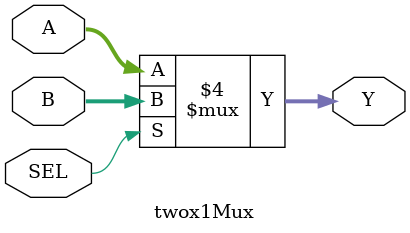
<source format=sv>

module twox1Mux(
  input [63:0] A,B,
  input SEL,
  output reg[63:0] Y);
  always @ (A or B or SEL)
    begin 
      if (SEL==0)
        Y=A;
      else
        Y=B;
    end
endmodule
</source>
